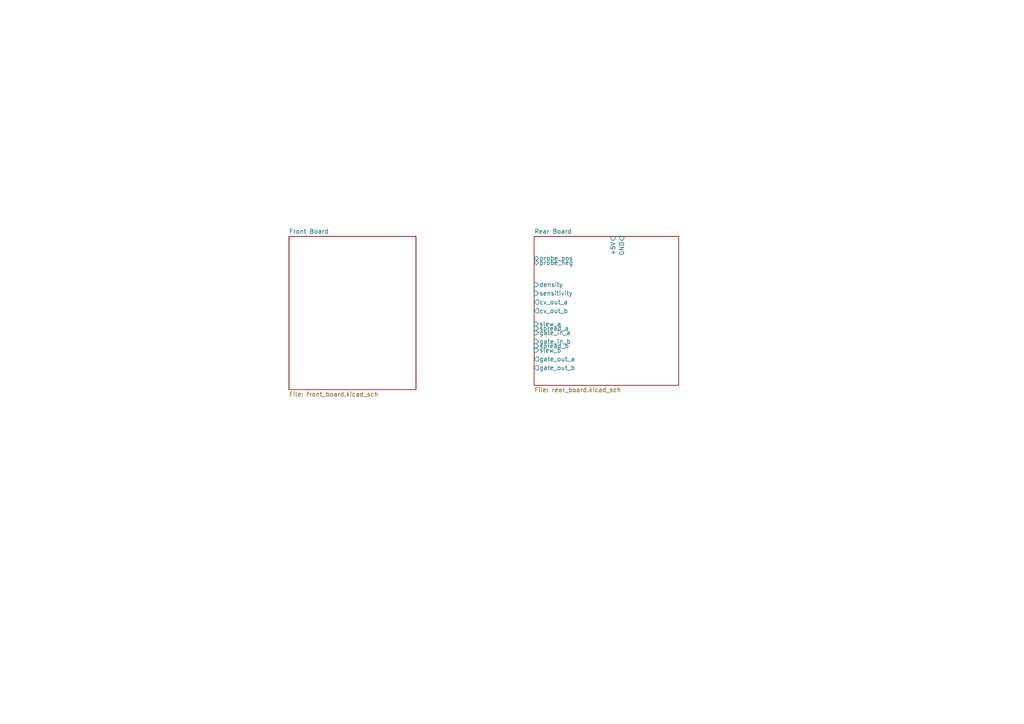
<source format=kicad_sch>
(kicad_sch
	(version 20250114)
	(generator "eeschema")
	(generator_version "9.0")
	(uuid "b52d098f-d782-4794-942d-95fe9e334d06")
	(paper "A4")
	(lib_symbols)
	(sheet
		(at 83.82 68.58)
		(size 36.83 44.45)
		(exclude_from_sim no)
		(in_bom yes)
		(on_board yes)
		(dnp no)
		(fields_autoplaced yes)
		(stroke
			(width 0.1524)
			(type solid)
		)
		(fill
			(color 0 0 0 0.0000)
		)
		(uuid "79efe637-0b74-4c20-a98b-9e582c7ffb39")
		(property "Sheetname" "Front Board"
			(at 83.82 67.8684 0)
			(effects
				(font
					(size 1.27 1.27)
				)
				(justify left bottom)
			)
		)
		(property "Sheetfile" "front_board.kicad_sch"
			(at 83.82 113.6146 0)
			(effects
				(font
					(size 1.27 1.27)
				)
				(justify left top)
			)
		)
		(instances
			(project "biodata_pcb"
				(path "/b52d098f-d782-4794-942d-95fe9e334d06"
					(page "3")
				)
			)
		)
	)
	(sheet
		(at 154.94 68.58)
		(size 41.91 43.18)
		(exclude_from_sim no)
		(in_bom yes)
		(on_board yes)
		(dnp no)
		(fields_autoplaced yes)
		(stroke
			(width 0.1524)
			(type solid)
		)
		(fill
			(color 0 0 0 0.0000)
		)
		(uuid "c75a632f-e661-4484-8d06-5c636c2b505d")
		(property "Sheetname" "Rear Board"
			(at 154.94 67.8684 0)
			(effects
				(font
					(size 1.27 1.27)
				)
				(justify left bottom)
			)
		)
		(property "Sheetfile" "rear_board.kicad_sch"
			(at 154.94 112.3446 0)
			(effects
				(font
					(size 1.27 1.27)
				)
				(justify left top)
			)
		)
		(pin "+5V" input
			(at 177.8 68.58 90)
			(uuid "2729c992-5bee-4dbb-86a5-b20cc1a80535")
			(effects
				(font
					(size 1.27 1.27)
				)
				(justify right)
			)
		)
		(pin "density" input
			(at 154.94 82.55 180)
			(uuid "b4602142-e175-490d-8737-ca0782ef872e")
			(effects
				(font
					(size 1.27 1.27)
				)
				(justify left)
			)
		)
		(pin "gate_in_a" input
			(at 154.94 96.52 180)
			(uuid "8bd0168b-f216-47a0-9513-cb140ba1ae65")
			(effects
				(font
					(size 1.27 1.27)
				)
				(justify left)
			)
		)
		(pin "gate_in_b" input
			(at 154.94 99.06 180)
			(uuid "d023a589-d940-422e-867e-231bc5bfc9cc")
			(effects
				(font
					(size 1.27 1.27)
				)
				(justify left)
			)
		)
		(pin "gate_out_a" output
			(at 154.94 104.14 180)
			(uuid "a1a064e5-5f66-4aab-84fe-fd61107078f5")
			(effects
				(font
					(size 1.27 1.27)
				)
				(justify left)
			)
		)
		(pin "gate_out_b" output
			(at 154.94 106.68 180)
			(uuid "ea9d1d68-c8df-4215-99a7-8273e64bf3c8")
			(effects
				(font
					(size 1.27 1.27)
				)
				(justify left)
			)
		)
		(pin "GND" input
			(at 180.34 68.58 90)
			(uuid "404f82e6-0388-456a-ba0f-faa614392330")
			(effects
				(font
					(size 1.27 1.27)
				)
				(justify right)
			)
		)
		(pin "probe_neg" bidirectional
			(at 154.94 76.2 180)
			(uuid "e7bccaa0-f3f9-4522-af91-84c244c02e2a")
			(effects
				(font
					(size 1.27 1.27)
				)
				(justify left)
			)
		)
		(pin "probe_pos" bidirectional
			(at 154.94 74.93 180)
			(uuid "e13e6f1b-37c5-484c-a04e-ba54cf16ab10")
			(effects
				(font
					(size 1.27 1.27)
				)
				(justify left)
			)
		)
		(pin "sensitivity" input
			(at 154.94 85.09 180)
			(uuid "550e2444-c01e-4ea1-86c8-5668316b3d69")
			(effects
				(font
					(size 1.27 1.27)
				)
				(justify left)
			)
		)
		(pin "slew_a" input
			(at 154.94 93.98 180)
			(uuid "ac9d387d-22c2-48c1-9348-128b2496afd8")
			(effects
				(font
					(size 1.27 1.27)
				)
				(justify left)
			)
		)
		(pin "slew_b" input
			(at 154.94 101.6 180)
			(uuid "c3f5f5b0-1586-4aa6-be71-4ea83e2bf42b")
			(effects
				(font
					(size 1.27 1.27)
				)
				(justify left)
			)
		)
		(pin "spread_a" input
			(at 154.94 95.25 180)
			(uuid "e760ec7f-f564-458e-9839-48524defee6f")
			(effects
				(font
					(size 1.27 1.27)
				)
				(justify left)
			)
		)
		(pin "spread_b" input
			(at 154.94 100.33 180)
			(uuid "ebac0112-2e51-48f3-a5ab-84182b7c908e")
			(effects
				(font
					(size 1.27 1.27)
				)
				(justify left)
			)
		)
		(pin "cv_out_a" output
			(at 154.94 87.63 180)
			(uuid "c8d5bf29-fb51-40e8-a6bb-18eb76920ec0")
			(effects
				(font
					(size 1.27 1.27)
				)
				(justify left)
			)
		)
		(pin "cv_out_b" output
			(at 154.94 90.17 180)
			(uuid "4683a8fc-8ead-4004-b806-03d704b7d0f3")
			(effects
				(font
					(size 1.27 1.27)
				)
				(justify left)
			)
		)
		(instances
			(project "biodata_pcb"
				(path "/b52d098f-d782-4794-942d-95fe9e334d06"
					(page "2")
				)
			)
		)
	)
	(sheet_instances
		(path "/"
			(page "1")
		)
	)
	(embedded_fonts no)
)

</source>
